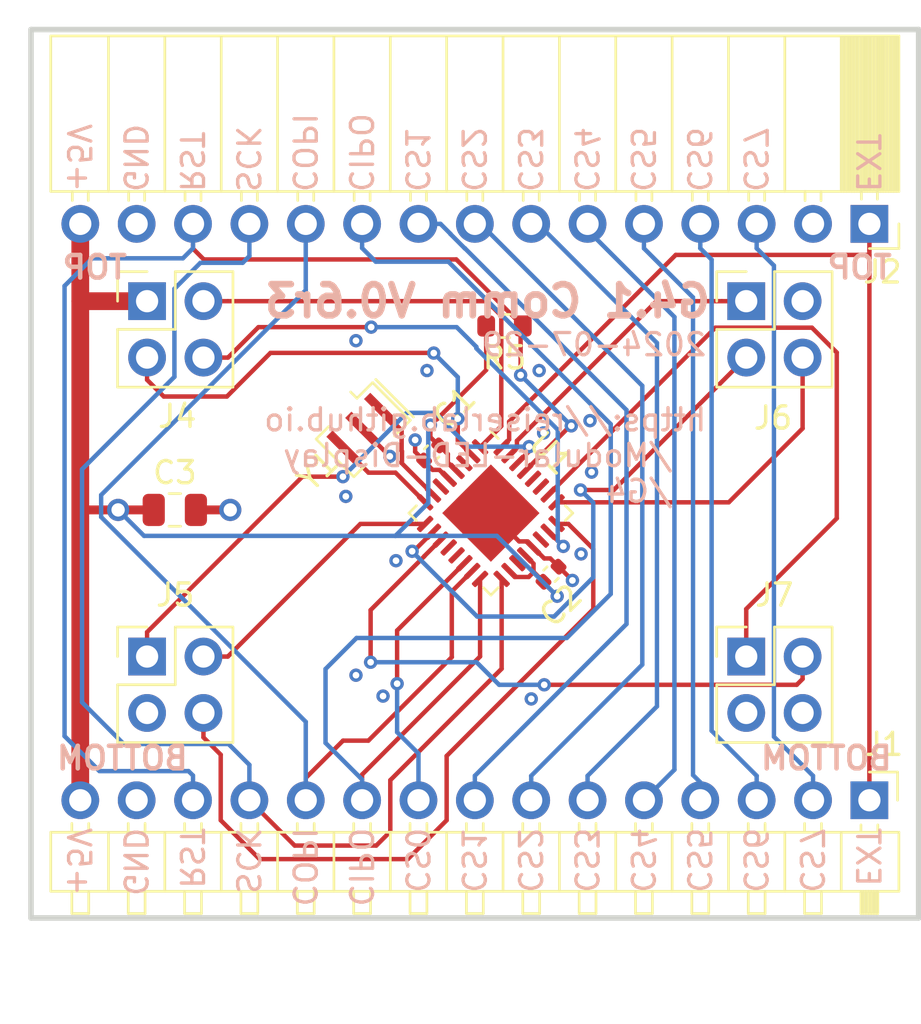
<source format=kicad_pcb>
(kicad_pcb (version 20241229) (generator "pcbnew") (generator_version "9.0")
  (title_block (title "G4.1 Comm Board") (date "2024-07-29") (rev "0.6.3") (company "Reiser Lab @ Janelia"))
  (layers (0 "F.Cu" signal) (4 "In1.Cu" signal) (6 "In2.Cu" signal) (2 "B.Cu" signal) (13 "F.Paste" user) (15 "B.Paste" user) (5 "F.SilkS" user "F.Silkscreen") (7 "B.SilkS" user "B.Silkscreen") (1 "F.Mask" user) (3 "B.Mask" user) (25 "Edge.Cuts" user))
  (net 0 "")
  (net 1 "+5V")
  (net 2 "/B0_CS0")
  (net 3 "/B0_CS1")
  (net 4 "/B0_CS2")
  (net 5 "/B0_CS3")
  (net 6 "/B0_CS4")
  (net 7 "/B0_CS5")
  (net 8 "/B0_CS6")
  (net 9 "/B0_CS7")
  (net 10 "/B0_MISO")
  (net 11 "/B0_MOSI")
  (net 12 "/B0_SCK")
  (net 13 "/B1_CS0")
  (net 14 "/B1_CS1")
  (net 15 "/B1_CS2")
  (net 16 "/B1_CS3")
  (net 17 "/B1_MISO")
  (net 18 "/B1_MOSI")
  (net 19 "/B1_SCK")
  (net 20 "/EXT_INT0")
  (net 21 "/RESET_DRV0")
  (net 22 "/RESET_DRV1")
  (net 23 "/RESET_DRV2")
  (net 24 "/RESET_DRV3")
  (net 25 "/RESET_MSTR")
  (net 26 "/XTAL1")
  (net 27 "/XTAL2")
  (net 28 "GND")
  (footprint "Capacitor_SMD:C_0805_2012Metric" (layer "F.Cu") (at 56.4794 71.628)
    (property "Reference" "C3" (at 0 -1.68 0) (layer "F.SilkS"))
    (property "Value" "10uF")
    (pad "1" smd roundrect (at -0.95 0) (size 1 1.45) (layers "F.Cu" "F.Mask" "F.Paste") (net 1 "+5V"))
    (pad "2" smd roundrect (at 0.95 0) (size 1 1.45) (layers "F.Cu" "F.Mask" "F.Paste") (net 28 "GND"))
  )
  (footprint "Connector_PinSocket_2.54mm:PinSocket_2x02_P2.54mm_Vertical" (layer "F.Cu") (at 57.77 62.23)
    (property "Reference" "J4" (at -1.1788 5.1816 0) (layer "F.SilkS"))
    (property "Value" "2x2 socket")
    (pad "1" thru_hole rect (at -2.54 0) (size 1.7 1.7) (drill 1) (layers "*.Cu" "*.Mask") (net 1 "+5V"))
    (pad "2" thru_hole oval (at 0 0) (size 1.7 1.7) (drill 1) (layers "*.Cu" "*.Mask") (net 13 "/B1_CS0"))
    (pad "3" thru_hole oval (at -2.54 2.54) (size 1.7 1.7) (drill 1) (layers "*.Cu" "*.Mask") (net 19 "/B1_SCK"))
    (pad "4" thru_hole oval (at 0 2.54) (size 1.7 1.7) (drill 1) (layers "*.Cu" "*.Mask") (net 21 "/RESET_DRV0"))
  )
  (footprint "Connector_PinSocket_2.54mm:PinSocket_2x02_P2.54mm_Vertical" (layer "F.Cu") (at 84.77 62.23)
    (property "Reference" "J6" (at -1.331 5.2578 0) (layer "F.SilkS"))
    (property "Value" "2x2 socket")
    (pad "1" thru_hole rect (at -2.54 0) (size 1.7 1.7) (drill 1) (layers "*.Cu" "*.Mask") (net 18 "/B1_MOSI"))
    (pad "2" thru_hole oval (at 0 0) (size 1.7 1.7) (drill 1) (layers "*.Cu" "*.Mask"))
    (pad "3" thru_hole oval (at -2.54 2.54) (size 1.7 1.7) (drill 1) (layers "*.Cu" "*.Mask") (net 15 "/B1_CS2"))
    (pad "4" thru_hole oval (at 0 2.54) (size 1.7 1.7) (drill 1) (layers "*.Cu" "*.Mask") (net 23 "/RESET_DRV2"))
  )
  (footprint "Connector_PinSocket_2.54mm:PinSocket_2x02_P2.54mm_Vertical" (layer "F.Cu") (at 57.77 78.23)
    (property "Reference" "J5" (at -1.27 -2.77 0) (layer "F.SilkS"))
    (property "Value" "2x2 socket")
    (pad "1" thru_hole rect (at -2.54 0) (size 1.7 1.7) (drill 1) (layers "*.Cu" "*.Mask") (net 17 "/B1_MISO"))
    (pad "2" thru_hole oval (at 0 0) (size 1.7 1.7) (drill 1) (layers "*.Cu" "*.Mask") (net 14 "/B1_CS1"))
    (pad "3" thru_hole oval (at -2.54 2.54) (size 1.7 1.7) (drill 1) (layers "*.Cu" "*.Mask"))
    (pad "4" thru_hole oval (at 0 2.54) (size 1.7 1.7) (drill 1) (layers "*.Cu" "*.Mask") (net 22 "/RESET_DRV1"))
  )
  (footprint "Connector_PinSocket_2.54mm:PinSocket_2x02_P2.54mm_Vertical" (layer "F.Cu") (at 84.77 78.23)
    (property "Reference" "J7" (at -1.27 -2.77 0) (layer "F.SilkS"))
    (property "Value" "2x2 socket")
    (pad "1" thru_hole rect (at -2.54 0) (size 1.7 1.7) (drill 1) (layers "*.Cu" "*.Mask") (net 24 "/RESET_DRV3"))
    (pad "2" thru_hole oval (at 0 0) (size 1.7 1.7) (drill 1) (layers "*.Cu" "*.Mask") (net 16 "/B1_CS3"))
    (pad "3" thru_hole oval (at -2.54 2.54) (size 1.7 1.7) (drill 1) (layers "*.Cu" "*.Mask") (net 28 "GND"))
    (pad "4" thru_hole oval (at 0 2.54) (size 1.7 1.7) (drill 1) (layers "*.Cu" "*.Mask"))
  )
  (footprint "Resistor_SMD:R_0603_1608Metric" (layer "F.Cu") (at 71.3364 63.3476 180)
    (property "Reference" "R5" (at 0 -1.43 0) (layer "F.SilkS"))
    (property "Value" "4.7k")
    (pad "1" smd roundrect (at -0.825 0 180) (size 0.8 0.95) (layers "F.Cu" "F.Mask" "F.Paste") (net 25 "/RESET_MSTR"))
    (pad "2" smd roundrect (at 0.825 0 180) (size 0.8 0.95) (layers "F.Cu" "F.Mask" "F.Paste") (net 1 "+5V"))
  )
  (footprint "Connector_custom:PinHeader_1x15_P2.54mm_Horizontal" (layer "F.Cu") (at 87.78 84.7 -90)
    (property "Reference" "J1" (at -2.52 -0.66 0) (layer "F.SilkS"))
    (property "Value" "1x15 header" (hide yes))
    (pad "1" thru_hole rect (at 0 0 270) (size 1.7 1.7) (drill 1) (layers "*.Cu" "*.Mask") (net 20 "/EXT_INT0"))
    (pad "2" thru_hole oval (at 0 2.54 270) (size 1.7 1.7) (drill 1) (layers "*.Cu" "*.Mask") (net 9 "/B0_CS7"))
    (pad "3" thru_hole oval (at 0 5.08 270) (size 1.7 1.7) (drill 1) (layers "*.Cu" "*.Mask") (net 8 "/B0_CS6"))
    (pad "4" thru_hole oval (at 0 7.62 270) (size 1.7 1.7) (drill 1) (layers "*.Cu" "*.Mask") (net 7 "/B0_CS5"))
    (pad "5" thru_hole oval (at 0 10.16 270) (size 1.7 1.7) (drill 1) (layers "*.Cu" "*.Mask") (net 6 "/B0_CS4"))
    (pad "6" thru_hole oval (at 0 12.7 270) (size 1.7 1.7) (drill 1) (layers "*.Cu" "*.Mask") (net 5 "/B0_CS3"))
    (pad "7" thru_hole oval (at 0 15.24 270) (size 1.7 1.7) (drill 1) (layers "*.Cu" "*.Mask") (net 4 "/B0_CS2"))
    (pad "8" thru_hole oval (at 0 17.78 270) (size 1.7 1.7) (drill 1) (layers "*.Cu" "*.Mask") (net 3 "/B0_CS1"))
    (pad "9" thru_hole oval (at 0 20.32 270) (size 1.7 1.7) (drill 1) (layers "*.Cu" "*.Mask") (net 2 "/B0_CS0"))
    (pad "10" thru_hole oval (at 0 22.86 270) (size 1.7 1.7) (drill 1) (layers "*.Cu" "*.Mask") (net 10 "/B0_MISO"))
    (pad "11" thru_hole oval (at 0 25.4 270) (size 1.7 1.7) (drill 1) (layers "*.Cu" "*.Mask") (net 11 "/B0_MOSI"))
    (pad "12" thru_hole oval (at 0 27.94 270) (size 1.7 1.7) (drill 1) (layers "*.Cu" "*.Mask") (net 12 "/B0_SCK"))
    (pad "13" thru_hole oval (at 0 30.48 270) (size 1.7 1.7) (drill 1) (layers "*.Cu" "*.Mask") (net 25 "/RESET_MSTR"))
    (pad "14" thru_hole oval (at 0 33.02 270) (size 1.7 1.7) (drill 1) (layers "*.Cu" "*.Mask") (net 28 "GND"))
    (pad "15" thru_hole oval (at 0 35.56 270) (size 1.7 1.7) (drill 1) (layers "*.Cu" "*.Mask") (net 1 "+5V"))
  )
  (footprint "Capacitor_SMD:C_0402_1005Metric" (layer "F.Cu") (at 73.4325 74.5232 45)
    (property "Reference" "C2" (at -0.693798 1.315219 45) (layer "F.SilkS"))
    (property "Value" "1uF")
    (pad "1" smd roundrect (at -0.48 0 45) (size 0.56 0.62) (layers "F.Cu" "F.Mask" "F.Paste") (net 1 "+5V"))
    (pad "2" smd roundrect (at 0.48 0 45) (size 0.56 0.62) (layers "F.Cu" "F.Mask" "F.Paste") (net 28 "GND"))
  )
  (footprint "Connector_custom:PinSocket_1x15_P2.54mm_Horizontal" (layer "F.Cu") (at 87.78 58.75 -90)
    (property "Reference" "J2" (at 2.16 -0.59 0) (layer "F.SilkS"))
    (property "Value" "1x15 socket")
    (pad "1" thru_hole rect (at 0 0 270) (size 1.7 1.7) (drill 1) (layers "*.Cu" "*.Mask") (net 20 "/EXT_INT0"))
    (pad "2" thru_hole oval (at 0 2.54 270) (size 1.7 1.7) (drill 1) (layers "*.Cu" "*.Mask"))
    (pad "3" thru_hole oval (at 0 5.08 270) (size 1.7 1.7) (drill 1) (layers "*.Cu" "*.Mask") (net 9 "/B0_CS7"))
    (pad "4" thru_hole oval (at 0 7.62 270) (size 1.7 1.7) (drill 1) (layers "*.Cu" "*.Mask") (net 8 "/B0_CS6"))
    (pad "5" thru_hole oval (at 0 10.16 270) (size 1.7 1.7) (drill 1) (layers "*.Cu" "*.Mask") (net 7 "/B0_CS5"))
    (pad "6" thru_hole oval (at 0 12.7 270) (size 1.7 1.7) (drill 1) (layers "*.Cu" "*.Mask") (net 6 "/B0_CS4"))
    (pad "7" thru_hole oval (at 0 15.24 270) (size 1.7 1.7) (drill 1) (layers "*.Cu" "*.Mask") (net 5 "/B0_CS3"))
    (pad "8" thru_hole oval (at 0 17.78 270) (size 1.7 1.7) (drill 1) (layers "*.Cu" "*.Mask") (net 4 "/B0_CS2"))
    (pad "9" thru_hole oval (at 0 20.32 270) (size 1.7 1.7) (drill 1) (layers "*.Cu" "*.Mask") (net 3 "/B0_CS1"))
    (pad "10" thru_hole oval (at 0 22.86 270) (size 1.7 1.7) (drill 1) (layers "*.Cu" "*.Mask") (net 10 "/B0_MISO"))
    (pad "11" thru_hole oval (at 0 25.4 270) (size 1.7 1.7) (drill 1) (layers "*.Cu" "*.Mask") (net 11 "/B0_MOSI"))
    (pad "12" thru_hole oval (at 0 27.94 270) (size 1.7 1.7) (drill 1) (layers "*.Cu" "*.Mask") (net 12 "/B0_SCK"))
    (pad "13" thru_hole oval (at 0 30.48 270) (size 1.7 1.7) (drill 1) (layers "*.Cu" "*.Mask") (net 25 "/RESET_MSTR"))
    (pad "14" thru_hole oval (at 0 33.02 270) (size 1.7 1.7) (drill 1) (layers "*.Cu" "*.Mask") (net 28 "GND"))
    (pad "15" thru_hole oval (at 0 35.56 270) (size 1.7 1.7) (drill 1) (layers "*.Cu" "*.Mask") (net 1 "+5V"))
  )
  (footprint "Package_DFN_QFN:QFN-32-1EP_5x5mm_P0.5mm_EP3.1x3.1mm" (layer "F.Cu") (at 70.7219 71.7721 -45)
    (property "Reference" "U1" (at 0 -3.82 135) (layer "F.SilkS"))
    (property "Value" "ATmega328PB-M" (hide yes))
    (pad "1" smd roundrect (at -2.4375 -1.75 315) (size 0.875 0.25) (layers "F.Cu" "F.Mask" "F.Paste") (net 13 "/B1_CS0"))
    (pad "2" smd roundrect (at -2.4375 -1.25 315) (size 0.875 0.25) (layers "F.Cu" "F.Mask" "F.Paste") (net 19 "/B1_SCK"))
    (pad "3" smd roundrect (at -2.4375 -0.75 315) (size 0.875 0.25) (layers "F.Cu" "F.Mask" "F.Paste"))
    (pad "4" smd roundrect (at -2.4375 -0.25 315) (size 0.875 0.25) (layers "F.Cu" "F.Mask" "F.Paste") (net 1 "+5V"))
    (pad "5" smd roundrect (at -2.4375 0.25 315) (size 0.875 0.25) (layers "F.Cu" "F.Mask" "F.Paste") (net 28 "GND"))
    (pad "6" smd roundrect (at -2.4375 0.75 315) (size 0.875 0.25) (layers "F.Cu" "F.Mask" "F.Paste"))
    (pad "7" smd roundrect (at -2.4375 1.25 315) (size 0.875 0.25) (layers "F.Cu" "F.Mask" "F.Paste") (net 26 "/XTAL1"))
    (pad "8" smd roundrect (at -2.4375 1.75 315) (size 0.875 0.25) (layers "F.Cu" "F.Mask" "F.Paste") (net 27 "/XTAL2"))
    (pad "9" smd roundrect (at -1.75 2.4375 315) (size 0.25 0.875) (layers "F.Cu" "F.Mask" "F.Paste") (net 14 "/B1_CS1"))
    (pad "10" smd roundrect (at -1.25 2.4375 315) (size 0.25 0.875) (layers "F.Cu" "F.Mask" "F.Paste") (net 15 "/B1_CS2"))
    (pad "11" smd roundrect (at -0.75 2.4375 315) (size 0.25 0.875) (layers "F.Cu" "F.Mask" "F.Paste") (net 16 "/B1_CS3"))
    (pad "12" smd roundrect (at -0.25 2.4375 315) (size 0.25 0.875) (layers "F.Cu" "F.Mask" "F.Paste"))
    (pad "13" smd roundrect (at 0.25 2.4375 315) (size 0.25 0.875) (layers "F.Cu" "F.Mask" "F.Paste"))
    (pad "14" smd roundrect (at 0.75 2.4375 315) (size 0.25 0.875) (layers "F.Cu" "F.Mask" "F.Paste") (net 2 "/B0_CS0"))
    (pad "15" smd roundrect (at 1.25 2.4375 315) (size 0.25 0.875) (layers "F.Cu" "F.Mask" "F.Paste") (net 11 "/B0_MOSI"))
    (pad "16" smd roundrect (at 1.75 2.4375 315) (size 0.25 0.875) (layers "F.Cu" "F.Mask" "F.Paste") (net 10 "/B0_MISO"))
    (pad "17" smd roundrect (at 2.4375 1.75 315) (size 0.875 0.25) (layers "F.Cu" "F.Mask" "F.Paste") (net 12 "/B0_SCK"))
    (pad "18" smd roundrect (at 2.4375 1.25 315) (size 0.875 0.25) (layers "F.Cu" "F.Mask" "F.Paste") (net 1 "+5V"))
    (pad "19" smd roundrect (at 2.4375 0.75 315) (size 0.875 0.25) (layers "F.Cu" "F.Mask" "F.Paste"))
    (pad "20" smd roundrect (at 2.4375 0.25 315) (size 0.875 0.25) (layers "F.Cu" "F.Mask" "F.Paste") (net 1 "+5V"))
    (pad "21" smd roundrect (at 2.4375 -0.25 315) (size 0.875 0.25) (layers "F.Cu" "F.Mask" "F.Paste") (net 28 "GND"))
    (pad "22" smd roundrect (at 2.4375 -0.75 315) (size 0.875 0.25) (layers "F.Cu" "F.Mask" "F.Paste"))
    (pad "23" smd roundrect (at 2.4375 -1.25 315) (size 0.875 0.25) (layers "F.Cu" "F.Mask" "F.Paste") (net 21 "/RESET_DRV0"))
    (pad "24" smd roundrect (at 2.4375 -1.75 315) (size 0.875 0.25) (layers "F.Cu" "F.Mask" "F.Paste") (net 22 "/RESET_DRV1"))
    (pad "25" smd roundrect (at 1.75 -2.4375 315) (size 0.25 0.875) (layers "F.Cu" "F.Mask" "F.Paste") (net 23 "/RESET_DRV2"))
    (pad "26" smd roundrect (at 1.25 -2.4375 315) (size 0.25 0.875) (layers "F.Cu" "F.Mask" "F.Paste") (net 24 "/RESET_DRV3"))
    (pad "27" smd roundrect (at 0.75 -2.4375 315) (size 0.25 0.875) (layers "F.Cu" "F.Mask" "F.Paste"))
    (pad "28" smd roundrect (at 0.25 -2.4375 315) (size 0.25 0.875) (layers "F.Cu" "F.Mask" "F.Paste"))
    (pad "29" smd roundrect (at -0.25 -2.4375 315) (size 0.25 0.875) (layers "F.Cu" "F.Mask" "F.Paste") (net 25 "/RESET_MSTR"))
    (pad "30" smd roundrect (at -0.75 -2.4375 315) (size 0.25 0.875) (layers "F.Cu" "F.Mask" "F.Paste") (net 17 "/B1_MISO"))
    (pad "31" smd roundrect (at -1.25 -2.4375 315) (size 0.25 0.875) (layers "F.Cu" "F.Mask" "F.Paste") (net 18 "/B1_MOSI"))
    (pad "32" smd roundrect (at -1.75 -2.4375 315) (size 0.25 0.875) (layers "F.Cu" "F.Mask" "F.Paste") (net 20 "/EXT_INT0"))
    (pad "33" smd rect (at 0 0 315) (size 3.1 3.1) (layers "F.Cu" "F.Mask") (net 28 "GND"))
  )
  (footprint "Capacitor_SMD:C_0402_1005Metric" (layer "F.Cu") (at 68.0525 69.0638 -135)
    (property "Reference" "C1" (at -2.163676 0.711731 45) (layer "F.SilkS"))
    (property "Value" "1uF")
    (pad "1" smd roundrect (at -0.48 0 225) (size 0.56 0.62) (layers "F.Cu" "F.Mask" "F.Paste") (net 1 "+5V"))
    (pad "2" smd roundrect (at 0.48 0 225) (size 0.56 0.62) (layers "F.Cu" "F.Mask" "F.Paste") (net 28 "GND"))
  )
  (footprint "Crystal:Resonator_SMD_Murata_CSTxExxV-3Pin_3.0x1.1mm" (layer "F.Cu") (at 64.9698 68.0157 -135)
    (property "Reference" "Y1" (at 2.759798 0.141421 45) (layer "F.SilkS"))
    (property "Value" "20MHz")
    (pad "1" smd rect (at -1.2 0 225) (size 0.4 1.9) (layers "F.Cu" "F.Mask" "F.Paste") (net 26 "/XTAL1"))
    (pad "2" smd rect (at 0 0 225) (size 0.4 1.9) (layers "F.Cu" "F.Mask" "F.Paste") (net 28 "GND"))
    (pad "3" smd rect (at 1.2 0 225) (size 0.4 1.9) (layers "F.Cu" "F.Mask" "F.Paste") (net 27 "/XTAL2"))
  )
  (gr_line (start 90 90) (end 90 50) (stroke (width 0.25)) (layer "Edge.Cuts"))
  (gr_line (start 90 50) (end 50 50) (stroke (width 0.25)) (layer "Edge.Cuts"))
  (gr_line (start 50 50) (end 50 90) (stroke (width 0.25)) (layer "Edge.Cuts"))
  (gr_line (start 50 90) (end 90 90) (stroke (width 0.25)) (layer "Edge.Cuts"))
  (gr_text "CS2" (at 71.882 85.852 270) (layer "B.SilkS") (effects (font (size 1 1)) (justify right bottom mirror)))
  (gr_text "TOP" (at 51.308 60.706 0) (layer "B.SilkS") (effects (font (size 1.016 1.016) (thickness 0.2032)) (justify right mirror)))
  (gr_text "CS6" (at 79.502 57.404 270) (layer "B.SilkS") (effects (font (size 1 1)) (justify left bottom mirror)))
  (gr_text "EXT" (at 87.122 57.404 270) (layer "B.SilkS") (effects (font (size 1 1)) (justify left bottom mirror)))
  (gr_text "CS0" (at 66.802 85.852 270) (layer "B.SilkS") (effects (font (size 1 1)) (justify right bottom mirror)))
  (gr_text "CS6" (at 82.042 85.852 270) (layer "B.SilkS") (effects (font (size 1 1)) (justify right bottom mirror)))
  (gr_text "2024-07-29" (at 80.518 64.77 0) (layer "B.SilkS") (effects (font (size 1 1)) (justify left bottom mirror)))
  (gr_text "GND" (at 54.102 85.852 270) (layer "B.SilkS") (effects (font (size 1 1)) (justify right bottom mirror)))
  (gr_text "BOTTOM" (at 88.9 82.804 0) (layer "B.SilkS") (effects (font (size 1.016 1.016) (thickness 0.2032)) (justify left mirror)))
  (gr_text "SCK" (at 59.182 57.404 270) (layer "B.SilkS") (effects (font (size 1 1)) (justify left bottom mirror)))
  (gr_text "CS5" (at 76.962 57.404 270) (layer "B.SilkS") (effects (font (size 1 1)) (justify left bottom mirror)))
  (gr_text "CS1" (at 69.342 85.852 270) (layer "B.SilkS") (effects (font (size 1 1)) (justify right bottom mirror)))
  (gr_text "SCK" (at 59.182 85.852 270) (layer "B.SilkS") (effects (font (size 1 1)) (justify right bottom mirror)))
  (gr_text "CIPO" (at 64.262 57.404 270) (layer "B.SilkS") (effects (font (size 1 1)) (justify left bottom mirror)))
  (gr_text "COPI" (at 61.722 57.404 270) (layer "B.SilkS") (effects (font (size 1 1)) (justify left bottom mirror)))
  (gr_text "RST" (at 56.642 85.852 270) (layer "B.SilkS") (effects (font (size 1 1)) (justify right bottom mirror)))
  (gr_text "CS7" (at 82.042 57.404 270) (layer "B.SilkS") (effects (font (size 1 1)) (justify left bottom mirror)))
  (gr_text "CS7" (at 84.582 85.852 270) (layer "B.SilkS") (effects (font (size 1 1)) (justify right bottom mirror)))
  (gr_text "COPI" (at 61.722 85.852 270) (layer "B.SilkS") (effects (font (size 1 1)) (justify right bottom mirror)))
  (gr_text "CS3" (at 71.882 57.404 270) (layer "B.SilkS") (effects (font (size 1 1)) (justify left bottom mirror)))
  (gr_text "RST" (at 56.642 57.404 270) (layer "B.SilkS") (effects (font (size 1 1)) (justify left bottom mirror)))
  (gr_text "CS4" (at 74.422 57.404 270) (layer "B.SilkS") (effects (font (size 1 1)) (justify left bottom mirror)))
  (gr_text "https://reiserlab.github.io\n  /Modular-LED-Display\n  /G4" (at 80.518 71.374 0) (layer "B.SilkS") (effects (font (size 1 1)) (justify left bottom mirror)))
  (gr_text "G4.1 Comm V0.6r3" (at 80.772 62.23 0) (layer "B.SilkS") (effects (font (size 1.4 1.4) (thickness 0.3) (bold yes)) (justify left mirror)))
  (gr_text "EXT" (at 87.122 85.852 270) (layer "B.SilkS") (effects (font (size 1 1)) (justify right bottom mirror)))
  (gr_text "CIPO" (at 64.262 85.852 270) (layer "B.SilkS") (effects (font (size 1 1)) (justify right bottom mirror)))
  (gr_text "CS4" (at 76.962 85.852 270) (layer "B.SilkS") (effects (font (size 1 1)) (justify right bottom mirror)))
  (gr_text "CS1" (at 66.802 57.404 270) (layer "B.SilkS") (effects (font (size 1 1)) (justify left bottom mirror)))
  (gr_text "CS5" (at 79.502 85.852 270) (layer "B.SilkS") (effects (font (size 1 1)) (justify right bottom mirror)))
  (gr_text "BOTTOM" (at 51.054 82.804 0) (layer "B.SilkS") (effects (font (size 1.016 1.016) (thickness 0.2032)) (justify right mirror)))
  (gr_text "GND" (at 54.102 57.404 270) (layer "B.SilkS") (effects (font (size 1 1)) (justify left bottom mirror)))
  (gr_text "+5V" (at 51.562 57.404 270) (layer "B.SilkS") (effects (font (size 1 1)) (justify left bottom mirror)))
  (gr_text "TOP" (at 88.9 60.706 0) (layer "B.SilkS") (effects (font (size 1.016 1.016) (thickness 0.2032)) (justify left mirror)))
  (gr_text "+5V" (at 51.562 85.852 270) (layer "B.SilkS") (effects (font (size 1 1)) (justify right bottom mirror)))
  (gr_text "CS3" (at 74.422 85.852 270) (layer "B.SilkS") (effects (font (size 1 1)) (justify right bottom mirror)))
  (gr_text "CS2" (at 69.342 57.404 270) (layer "B.SilkS") (effects (font (size 1 1)) (justify left bottom mirror)))
  (segment (start 72.2687 73.6724) (end 72.644 74.0478) (width 0.2) (layer "F.Cu") (net 1))
  (segment (start 68.3919 68.7244) (end 68.7832 69.1157) (width 0.2) (layer "F.Cu") (net 1))
  (segment (start 52.22 58.75) (end 52.22 84.7) (width 0.8) (layer "F.Cu") (net 1))
  (segment (start 68.3688 68.7244) (end 68.3919 68.7244) (width 0.2) (layer "F.Cu") (net 1))
  (segment (start 67.9958 67.8087) (end 67.9958 68.3514) (width 0.2) (layer "F.Cu") (net 1))
  (segment (start 68.2537 67.5508) (end 68.2884 67.5508) (width 0.2) (layer "F.Cu") (net 1))
  (segment (start 72.644 74.0478) (end 72.644 74.4135) (width 0.2) (layer "F.Cu") (net 1))
  (segment (start 68.7832 69.1157) (end 68.7832 69.4944) (width 0.2) (layer "F.Cu") (net 1))
  (segment (start 67.9958 67.8087) (end 68.2537 67.5508) (width 0.2) (layer "F.Cu") (net 1))
  (segment (start 68.2884 67.5508) (end 70.5114 65.3278) (width 0.2) (layer "F.Cu") (net 1))
  (segment (start 71.5616 74.3796) (end 71.8299 74.6479) (width 0.2) (layer "F.Cu") (net 1))
  (segment (start 72.644 74.4135) (end 72.6525 74.422) (width 0.2) (layer "F.Cu") (net 1))
  (segment (start 67.9958 68.3514) (end 68.3688 68.7244) (width 0.2) (layer "F.Cu") (net 1))
  (segment (start 55.23 62.23) (end 52.22 62.23) (width 0.8) (layer "F.Cu") (net 1))
  (segment (start 68.7832 69.4944) (end 69.1606 69.8718) (width 0.2) (layer "F.Cu") (net 1))
  (segment (start 72.4266 74.6479) (end 72.6525 74.422) (width 0.2) (layer "F.Cu") (net 1))
  (segment (start 73.0931 74.8965) (end 73.0931 74.8626) (width 0.2) (layer "F.Cu") (net 1))
  (segment (start 71.8299 74.6479) (end 72.4266 74.6479) (width 0.2) (layer "F.Cu") (net 1))
  (segment (start 69.1606 69.8718) (end 69.1751 69.8718) (width 0.2) (layer "F.Cu") (net 1))
  (segment (start 53.9242 71.628) (end 52.4232 71.628) (width 0.4) (layer "F.Cu") (net 1))
  (segment (start 70.5114 65.3278) (end 70.5114 63.3476) (width 0.2) (layer "F.Cu") (net 1))
  (segment (start 55.5294 71.628) (end 53.9242 71.628) (width 0.4) (layer "F.Cu") (net 1))
  (segment (start 73.7108 75.5142) (end 73.0931 74.8965) (width 0.2) (layer "F.Cu") (net 1))
  (segment (start 72.6525 74.422) (end 73.0931 74.8626) (width 0.2) (layer "F.Cu") (net 1))
  (via (at 67.9958 67.8087) (size 0.6) (drill 0.3) (layers "F.Cu" "B.Cu") (net 1))
  (via (at 53.9242 71.628) (size 1) (drill 0.6) (layers "F.Cu" "B.Cu") (net 1))
  (via (at 73.7108 75.5142) (size 0.6) (drill 0.3) (layers "F.Cu" "B.Cu") (net 1))
  (segment (start 55.0926 72.7964) (end 53.9242 71.628) (width 0.2) (layer "B.Cu") (net 1))
  (segment (start 67.900894 71.316506) (end 66.421 72.7964) (width 0.2) (layer "B.Cu") (net 1))
  (segment (start 66.421 72.7964) (end 55.0926 72.7964) (width 0.2) (layer "B.Cu") (net 1))
  (segment (start 70.993 72.7964) (end 73.7108 75.5142) (width 0.2) (layer "B.Cu") (net 1))
  (segment (start 66.421 72.7964) (end 70.993 72.7964) (width 0.2) (layer "B.Cu") (net 1))
  (segment (start 67.900894 67.903606) (end 67.900894 71.316506) (width 0.2) (layer "B.Cu") (net 1))
  (segment (start 67.9958 67.8087) (end 67.900894 67.903606) (width 0.2) (layer "B.Cu") (net 1))
  (segment (start 66.4972 79.4512) (end 66.4972 77.0575) (width 0.2) (layer "F.Cu") (net 2))
  (segment (start 66.4972 77.0575) (end 69.5287 74.026) (width 0.2) (layer "F.Cu") (net 2))
  (via (at 66.4972 79.4512) (size 0.6) (drill 0.3) (layers "F.Cu" "B.Cu") (net 2))
  (segment (start 66.4972 79.4512) (end 66.4972 81.6356) (width 0.2) (layer "B.Cu") (net 2))
  (segment (start 66.4972 81.6356) (end 67.46 82.5984) (width 0.2) (layer "B.Cu") (net 2))
  (segment (start 67.46 82.5984) (end 67.46 84.7) (width 0.2) (layer "B.Cu") (net 2))
  (segment (start 68.4528 58.75) (end 68.9 59.1972) (width 0.2) (layer "B.Cu") (net 3))
  (segment (start 76.835 67.1322) (end 76.835 76.7649) (width 0.2) (layer "B.Cu") (net 3))
  (segment (start 67.46 58.75) (end 68.4528 58.75) (width 0.2) (layer "B.Cu") (net 3))
  (segment (start 69.5528 59.85) (end 76.835 67.1322) (width 0.2) (layer "B.Cu") (net 3))
  (segment (start 69.544365 59.85) (end 69.5528 59.85) (width 0.2) (layer "B.Cu") (net 3))
  (segment (start 70 83.5999) (end 70 84.7) (width 0.2) (layer "B.Cu") (net 3))
  (segment (start 68.9 59.1972) (end 68.9 59.205635) (width 0.2) (layer "B.Cu") (net 3))
  (segment (start 68.9 59.205635) (end 69.544365 59.85) (width 0.2) (layer "B.Cu") (net 3))
  (segment (start 76.835 76.7649) (end 70 83.5999) (width 0.2) (layer "B.Cu") (net 3))
  (segment (start 72.54 83.5999) (end 72.54 84.7) (width 0.2) (layer "B.Cu") (net 4))
  (segment (start 70 58.75) (end 70.2562 58.75) (width 0.2) (layer "B.Cu") (net 4))
  (segment (start 70.2562 58.75) (end 77.5462 66.04) (width 0.2) (layer "B.Cu") (net 4))
  (segment (start 77.5462 66.04) (end 77.5462 78.5937) (width 0.2) (layer "B.Cu") (net 4))
  (segment (start 77.5462 78.5937) (end 72.54 83.5999) (width 0.2) (layer "B.Cu") (net 4))
  (segment (start 72.847 58.75) (end 78.2066 64.1096) (width 0.2) (layer "B.Cu") (net 5))
  (segment (start 75.08 83.5999) (end 75.08 84.7) (width 0.2) (layer "B.Cu") (net 5))
  (segment (start 78.2066 64.1096) (end 78.2066 80.4733) (width 0.2) (layer "B.Cu") (net 5))
  (segment (start 78.2066 80.4733) (end 75.08 83.5999) (width 0.2) (layer "B.Cu") (net 5))
  (segment (start 72.54 58.75) (end 72.847 58.75) (width 0.2) (layer "B.Cu") (net 5))
  (segment (start 78.994 83.326) (end 77.62 84.7) (width 0.2) (layer "B.Cu") (net 6))
  (segment (start 75.08 58.75) (end 75.08 59.0272) (width 0.2) (layer "B.Cu") (net 6))
  (segment (start 75.08 59.0272) (end 78.994 62.9412) (width 0.2) (layer "B.Cu") (net 6))
  (segment (start 78.994 62.9412) (end 78.994 83.326) (width 0.2) (layer "B.Cu") (net 6))
  (segment (start 77.62 58.75) (end 77.62 59.8501) (width 0.2) (layer "B.Cu") (net 7))
  (segment (start 80.16 83.8938) (end 80.16 84.7) (width 0.2) (layer "B.Cu") (net 7))
  (segment (start 77.62 59.8501) (end 79.8322 62.0623) (width 0.2) (layer "B.Cu") (net 7))
  (segment (start 79.8322 62.0623) (end 79.8322 83.566) (width 0.2) (layer "B.Cu") (net 7))
  (segment (start 79.8322 83.566) (end 80.16 83.8938) (width 0.2) (layer "B.Cu") (net 7))
  (segment (start 80.6704 60.3605) (end 80.6704 81.5703) (width 0.2) (layer "B.Cu") (net 8))
  (segment (start 80.16 58.75) (end 80.16 59.8501) (width 0.2) (layer "B.Cu") (net 8))
  (segment (start 80.16 59.8501) (end 80.6704 60.3605) (width 0.2) (layer "B.Cu") (net 8))
  (segment (start 82.7 83.5999) (end 82.7 84.7) (width 0.2) (layer "B.Cu") (net 8))
  (segment (start 80.6704 81.5703) (end 82.7 83.5999) (width 0.2) (layer "B.Cu") (net 8))
  (segment (start 82.7 58.75) (end 82.7 59.8501) (width 0.2) (layer "B.Cu") (net 9))
  (segment (start 82.7 59.8501) (end 83.4779 60.628) (width 0.2) (layer "B.Cu") (net 9))
  (segment (start 85.24 84.7) (end 85.24 83.5999) (width 0.2) (layer "B.Cu") (net 9))
  (segment (start 83.4779 60.628) (end 83.4779 81.8378) (width 0.2) (layer "B.Cu") (net 9))
  (segment (start 83.4779 81.8378) (end 85.24 83.5999) (width 0.2) (layer "B.Cu") (net 9))
  (segment (start 64.92 83.543) (end 70.2358 78.2272) (width 0.2) (layer "F.Cu") (net 10))
  (segment (start 70.2358 78.2272) (end 70.2358 74.7331) (width 0.2) (layer "F.Cu") (net 10))
  (segment (start 64.92 84.7) (end 64.92 83.543) (width 0.2) (layer "F.Cu") (net 10))
  (segment (start 65.151 84.469) (end 64.92 84.7) (width 0.2) (layer "F.Cu") (net 10))
  (segment (start 74.1426 77.3938) (end 64.6684 77.3938) (width 0.2) (layer "B.Cu") (net 10))
  (segment (start 64.92 58.75) (end 64.92 59.84) (width 0.2) (layer "B.Cu") (net 10))
  (segment (start 64.92 59.84) (end 65.532 60.452) (width 0.2) (layer "B.Cu") (net 10))
  (segment (start 63.2714 82.1182) (end 64.92 83.7668) (width 0.2) (layer "B.Cu") (net 10))
  (segment (start 64.92 83.7668) (end 64.92 84.7) (width 0.2) (layer "B.Cu") (net 10))
  (segment (start 76.1238 75.4126) (end 74.1426 77.3938) (width 0.2) (layer "B.Cu") (net 10))
  (segment (start 68.8086 60.452) (end 76.1238 67.7672) (width 0.2) (layer "B.Cu") (net 10))
  (segment (start 76.1238 67.7672) (end 76.1238 75.4126) (width 0.2) (layer "B.Cu") (net 10))
  (segment (start 63.2714 78.7908) (end 63.2714 82.1182) (width 0.2) (layer "B.Cu") (net 10))
  (segment (start 64.6684 77.3938) (end 63.2714 78.7908) (width 0.2) (layer "B.Cu") (net 10))
  (segment (start 65.532 60.452) (end 68.8086 60.452) (width 0.2) (layer "B.Cu") (net 10))
  (segment (start 64.0588 82.0166) (end 65.2018 82.0166) (width 0.2) (layer "F.Cu") (net 11))
  (segment (start 62.38 84.7) (end 62.3914 84.7) (width 0.2) (layer "F.Cu") (net 11))
  (segment (start 62.38 83.6954) (end 64.0588 82.0166) (width 0.2) (layer "F.Cu") (net 11))
  (segment (start 68.961 78.2574) (end 68.961 75.300767) (width 0.2) (layer "F.Cu") (net 11))
  (segment (start 69.8822 74.3796) (end 69.5667 74.6951) (width 0.2) (layer "F.Cu") (net 11))
  (segment (start 65.2018 82.0166) (end 68.961 78.2574) (width 0.2) (layer "F.Cu") (net 11))
  (segment (start 62.38 84.7) (end 62.38 83.6954) (width 0.2) (layer "F.Cu") (net 11))
  (segment (start 68.961 75.300767) (end 69.882211 74.379556) (width 0.2) (layer "F.Cu") (net 11))
  (segment (start 53.1592 70.9582) (end 53.1592 71.9474) (width 0.2) (layer "B.Cu") (net 11))
  (segment (start 62.38 81.1682) (end 62.38 84.7) (width 0.2) (layer "B.Cu") (net 11))
  (segment (start 62.38 61.7374) (end 53.1592 70.9582) (width 0.2) (layer "B.Cu") (net 11))
  (segment (start 62.38 58.75) (end 62.38 61.7374) (width 0.2) (layer "B.Cu") (net 11))
  (segment (start 53.1592 71.9474) (end 62.38 81.1682) (width 0.2) (layer "B.Cu") (net 11))
  (segment (start 61.881 86.741) (end 65.5574 86.741) (width 0.2) (layer "F.Cu") (net 12))
  (segment (start 59.84 84.7) (end 61.881 86.741) (width 0.2) (layer "F.Cu") (net 12))
  (segment (start 65.5574 86.741) (end 66.19 86.1084) (width 0.2) (layer "F.Cu") (net 12))
  (segment (start 66.19 86.1084) (end 66.19 83.797) (width 0.2) (layer "F.Cu") (net 12))
  (segment (start 66.19 83.797) (end 71.208 78.779) (width 0.2) (layer "F.Cu") (net 12))
  (segment (start 71.208 78.779) (end 71.208 74.7331) (width 0.2) (layer "F.Cu") (net 12))
  (segment (start 57.6326 60.5028) (end 59.5376 60.5028) (width 0.2) (layer "B.Cu") (net 12))
  (segment (start 59.84 84.7) (end 59.84 83.1064) (width 0.2) (layer "B.Cu") (net 12))
  (segment (start 59.5376 60.5028) (end 59.84 60.2004) (width 0.2) (layer "B.Cu") (net 12))
  (segment (start 52.2986 80.2894) (end 52.2986 69.7992) (width 0.2) (layer "B.Cu") (net 12))
  (segment (start 54.1782 82.169) (end 52.2986 80.2894) (width 0.2) (layer "B.Cu") (net 12))
  (segment (start 56.4618 61.6736) (end 57.6326 60.5028) (width 0.2) (layer "B.Cu") (net 12))
  (segment (start 56.4618 65.636) (end 56.4618 61.6736) (width 0.2) (layer "B.Cu") (net 12))
  (segment (start 59.84 60.2004) (end 59.84 58.75) (width 0.2) (layer "B.Cu") (net 12))
  (segment (start 58.9026 82.169) (end 54.1782 82.169) (width 0.2) (layer "B.Cu") (net 12))
  (segment (start 59.84 83.1064) (end 58.9026 82.169) (width 0.2) (layer "B.Cu") (net 12))
  (segment (start 52.2986 69.7992) (end 56.4618 65.636) (width 0.2) (layer "B.Cu") (net 12))
  (segment (start 58.8701 62.23) (end 70.5335 62.23) (width 0.2) (layer "F.Cu") (net 13))
  (segment (start 70.5335 62.23) (end 71.1918 62.8883) (width 0.2) (layer "F.Cu") (net 13))
  (segment (start 71.1918 67.8551) (end 70.2358 68.8111) (width 0.2) (layer "F.Cu") (net 13))
  (segment (start 57.77 62.23) (end 58.8701 62.23) (width 0.2) (layer "F.Cu") (net 13))
  (segment (start 71.1918 62.8883) (end 71.1918 67.8551) (width 0.2) (layer "F.Cu") (net 13))
  (segment (start 58.8701 78.23) (end 64.8419 72.2582) (width 0.2) (layer "F.Cu") (net 14))
  (segment (start 57.77 78.23) (end 58.8701 78.23) (width 0.2) (layer "F.Cu") (net 14))
  (segment (start 64.8419 72.2582) (end 67.7609 72.2582) (width 0.2) (layer "F.Cu") (net 14))
  (segment (start 68.1144 72.6118) (end 67.23779 73.48841) (width 0.2) (layer "F.Cu") (net 15))
  (segment (start 82.2198 64.77) (end 76.2583 70.7315) (width 0.2) (layer "F.Cu") (net 15))
  (segment (start 82.23 64.77) (end 82.2198 64.77) (width 0.2) (layer "F.Cu") (net 15))
  (segment (start 76.2583 70.7315) (end 74.7618 70.7315) (width 0.2) (layer "F.Cu") (net 15))
  (segment (start 67.23779 73.48841) (end 67.173537 73.48841) (width 0.2) (layer "F.Cu") (net 15))
  (via (at 67.173537 73.48841) (size 0.6) (drill 0.3) (layers "F.Cu" "B.Cu") (net 15))
  (via (at 74.7618 70.7315) (size 0.6) (drill 0.3) (layers "F.Cu" "B.Cu") (net 15))
  (segment (start 67.173537 73.498137) (end 70.104 76.4286) (width 0.2) (layer "B.Cu") (net 15))
  (segment (start 67.173537 73.48841) (end 67.173537 73.498137) (width 0.2) (layer "B.Cu") (net 15))
  (segment (start 75.3364 71.3061) (end 74.7618 70.7315) (width 0.2) (layer "B.Cu") (net 15))
  (segment (start 75.3364 74.666418) (end 75.3364 71.3061) (width 0.2) (layer "B.Cu") (net 15))
  (segment (start 73.574218 76.4286) (end 75.3364 74.666418) (width 0.2) (layer "B.Cu") (net 15))
  (segment (start 70.104 76.4286) (end 73.574218 76.4286) (width 0.2) (layer "B.Cu") (net 15))
  (segment (start 67.723537 73.716228) (end 67.723537 73.709763) (width 0.2) (layer "F.Cu") (net 16))
  (segment (start 67.723537 73.709763) (end 68.468 72.9653) (width 0.2) (layer "F.Cu") (net 16))
  (segment (start 84.5058 79.502) (end 84.77 79.2378) (width 0.2) (layer "F.Cu") (net 16))
  (segment (start 73.1266 79.502) (end 84.5058 79.502) (width 0.2) (layer "F.Cu") (net 16))
  (segment (start 65.3034 76.136365) (end 67.723537 73.716228) (width 0.2) (layer "F.Cu") (net 16))
  (segment (start 65.3034 78.486) (end 65.3034 76.136365) (width 0.2) (layer "F.Cu") (net 16))
  (segment (start 84.77 79.2378) (end 84.77 78.23) (width 0.2) (layer "F.Cu") (net 16))
  (via (at 73.1266 79.502) (size 0.6) (drill 0.3) (layers "F.Cu" "B.Cu") (net 16))
  (via (at 65.3034 78.486) (size 0.6) (drill 0.3) (layers "F.Cu" "B.Cu") (net 16))
  (segment (start 65.3034 78.486) (end 70.0786 78.486) (width 0.2) (layer "B.Cu") (net 16))
  (segment (start 70.0786 78.486) (end 71.0946 79.502) (width 0.2) (layer "B.Cu") (net 16))
  (segment (start 71.0946 79.502) (end 73.1266 79.502) (width 0.2) (layer "B.Cu") (net 16))
  (segment (start 62.2282 70.1312) (end 55.23 77.1294) (width 0.2) (layer "F.Cu") (net 17))
  (segment (start 64.0551 70.1312) (end 62.2282 70.1312) (width 0.2) (layer "F.Cu") (net 17))
  (segment (start 71.9151 69.5182) (end 72.4466 68.9867) (width 0.2) (layer "F.Cu") (net 17))
  (segment (start 72.4466 68.9867) (end 72.4466 68.7795) (width 0.2) (layer "F.Cu") (net 17))
  (segment (start 55.23 77.1294) (end 55.23 78.23) (width 0.2) (layer "F.Cu") (net 17))
  (via (at 72.4466 68.7795) (size 0.6) (drill 0.3) (layers "F.Cu" "B.Cu") (net 17))
  (via (at 64.0551 70.1312) (size 0.6) (drill 0.3) (layers "F.Cu" "B.Cu") (net 17))
  (segment (start 68.6813 67.748318) (end 69.712482 68.7795) (width 0.2) (layer "B.Cu") (net 17))
  (segment (start 68.2244 67.2592) (end 68.6813 67.7161) (width 0.2) (layer "B.Cu") (net 17))
  (segment (start 64.0551 70.1312) (end 66.9271 67.2592) (width 0.2) (layer "B.Cu") (net 17))
  (segment (start 66.9271 67.2592) (end 68.2244 67.2592) (width 0.2) (layer "B.Cu") (net 17))
  (segment (start 68.6813 67.7161) (end 68.6813 67.748318) (width 0.2) (layer "B.Cu") (net 17))
  (segment (start 69.712482 68.7795) (end 72.4466 68.7795) (width 0.2) (layer "B.Cu") (net 17))
  (segment (start 82.23 62.23) (end 81.1299 62.23) (width 0.2) (layer "F.Cu") (net 18))
  (segment (start 71.5616 69.1646) (end 71.8965 68.8297) (width 0.2) (layer "F.Cu") (net 18))
  (segment (start 78.1832 62.23) (end 81.1299 62.23) (width 0.2) (layer "F.Cu") (net 18))
  (segment (start 71.8965 68.8297) (end 71.8965 68.5167) (width 0.2) (layer "F.Cu") (net 18))
  (segment (start 71.8965 68.5167) (end 78.1832 62.23) (width 0.2) (layer "F.Cu") (net 18))
  (segment (start 58.8264 66.5226) (end 55.9816 66.5226) (width 0.2) (layer "F.Cu") (net 19))
  (segment (start 68.1482 64.5668) (end 68.1394 64.558) (width 0.2) (layer "F.Cu") (net 19))
  (segment (start 55.9816 66.5226) (end 55.23 65.771) (width 0.2) (layer "F.Cu") (net 19))
  (segment (start 69.2313 68.5137) (end 69.8822 69.1646) (width 0.2) (layer "F.Cu") (net 19))
  (segment (start 60.791 64.558) (end 58.8264 66.5226) (width 0.2) (layer "F.Cu") (net 19))
  (segment (start 69.2313 67.5205) (end 69.2313 68.5137) (width 0.2) (layer "F.Cu") (net 19))
  (segment (start 55.23 65.771) (end 55.23 64.77) (width 0.2) (layer "F.Cu") (net 19))
  (segment (start 68.1394 64.558) (end 60.791 64.558) (width 0.2) (layer "F.Cu") (net 19))
  (via (at 68.1482 64.5668) (size 0.6) (drill 0.3) (layers "F.Cu" "B.Cu") (net 19))
  (via (at 69.2313 67.5205) (size 0.6) (drill 0.3) (layers "F.Cu" "B.Cu") (net 19))
  (segment (start 68.1482 64.5668) (end 69.2313 65.6499) (width 0.2) (layer "B.Cu") (net 19))
  (segment (start 69.2313 65.6499) (end 69.2313 67.5205) (width 0.2) (layer "B.Cu") (net 19))
  (segment (start 87.78 60.1472) (end 87.78 59.9464) (width 0.2) (layer "F.Cu") (net 20))
  (segment (start 87.78 59.9464) (end 87.78 58.75) (width 0.2) (layer "F.Cu") (net 20))
  (segment (start 71.5465 68.4583) (end 71.5465 67.65285) (width 0.2) (layer "F.Cu") (net 20))
  (segment (start 71.208036 68.81109) (end 71.208036 68.796764) (width 0.2) (layer "F.Cu") (net 20))
  (segment (start 71.208036 68.796764) (end 71.5465 68.4583) (width 0.2) (layer "F.Cu") (net 20))
  (segment (start 71.5465 67.65285) (end 79.05215 60.1472) (width 0.2) (layer "F.Cu") (net 20))
  (segment (start 87.78 84.7) (end 87.78 60.1472) (width 0.2) (layer "F.Cu") (net 20))
  (segment (start 79.05215 60.1472) (end 87.78 60.1472) (width 0.2) (layer "F.Cu") (net 20))
  (segment (start 87.78 58.75) (end 87.6528 58.8772) (width 0.2) (layer "F.Cu") (net 20))
  (segment (start 58.8772 64.77) (end 57.77 64.77) (width 0.2) (layer "F.Cu") (net 21))
  (segment (start 65.3288 63.3984) (end 60.2488 63.3984) (width 0.2) (layer "F.Cu") (net 21))
  (segment (start 73.3294 72.6118) (end 73.9859 73.2683) (width 0.2) (layer "F.Cu") (net 21))
  (segment (start 60.2488 63.3984) (end 58.8772 64.77) (width 0.2) (layer "F.Cu") (net 21))
  (via (at 65.3288 63.3984) (size 0.6) (drill 0.3) (layers "F.Cu" "B.Cu") (net 21))
  (via (at 73.9859 73.2683) (size 0.6) (drill 0.3) (layers "F.Cu" "B.Cu") (net 21))
  (segment (start 73.7362 73.0186) (end 73.9859 73.2683) (width 0.2) (layer "B.Cu") (net 21))
  (segment (start 69.180018 63.3984) (end 70.0698 64.288182) (width 0.2) (layer "B.Cu") (net 21))
  (segment (start 70.0698 64.288182) (end 70.0698 64.3548) (width 0.2) (layer "B.Cu") (net 21))
  (segment (start 73.7362 68.0212) (end 73.7362 73.0186) (width 0.2) (layer "B.Cu") (net 21))
  (segment (start 65.3288 63.3984) (end 69.180018 63.3984) (width 0.2) (layer "B.Cu") (net 21))
  (segment (start 70.0698 64.3548) (end 73.7362 68.0212) (width 0.2) (layer "B.Cu") (net 21))
  (segment (start 75.3369 76.0979) (end 68.73 82.7048) (width 0.2) (layer "F.Cu") (net 22))
  (segment (start 74.213718 72.2582) (end 75.3369 73.381382) (width 0.2) (layer "F.Cu") (net 22))
  (segment (start 58.5479 85.5989) (end 58.5479 82.648) (width 0.2) (layer "F.Cu") (net 22))
  (segment (start 58.5479 82.648) (end 57.77 81.8701) (width 0.2) (layer "F.Cu") (net 22))
  (segment (start 68.73 82.7048) (end 68.73 85.6004) (width 0.2) (layer "F.Cu") (net 22))
  (segment (start 68.73 85.6004) (end 66.9798 87.3506) (width 0.2) (layer "F.Cu") (net 22))
  (segment (start 66.9798 87.3506) (end 60.2996 87.3506) (width 0.2) (layer "F.Cu") (net 22))
  (segment (start 57.77 81.8701) (end 57.77 80.77) (width 0.2) (layer "F.Cu") (net 22))
  (segment (start 60.2996 87.3506) (end 58.5479 85.5989) (width 0.2) (layer "F.Cu") (net 22))
  (segment (start 73.6829 72.2582) (end 74.213718 72.2582) (width 0.2) (layer "F.Cu") (net 22))
  (segment (start 75.3369 73.381382) (end 75.3369 76.0979) (width 0.2) (layer "F.Cu") (net 22))
  (segment (start 84.77 64.77) (end 84.77 67.9602) (width 0.2) (layer "F.Cu") (net 23))
  (segment (start 81.4442 71.286) (end 73.6829 71.286) (width 0.2) (layer "F.Cu") (net 23))
  (segment (start 84.77 67.9602) (end 81.4442 71.286) (width 0.2) (layer "F.Cu") (net 23))
  (segment (start 85.1916 63.4238) (end 80.838 63.4238) (width 0.2) (layer "F.Cu") (net 24))
  (segment (start 86.3092 64.5414) (end 85.1916 63.4238) (width 0.2) (layer "F.Cu") (net 24))
  (segment (start 80.838 63.4238) (end 73.3294 70.9324) (width 0.2) (layer "F.Cu") (net 24))
  (segment (start 86.3092 72.009) (end 86.3092 64.5414) (width 0.2) (layer "F.Cu") (net 24))
  (segment (start 82.23 76.0882) (end 86.3092 72.009) (width 0.2) (layer "F.Cu") (net 24))
  (segment (start 82.23 78.23) (end 82.23 76.0882) (width 0.2) (layer "F.Cu") (net 24))
  (segment (start 57.3 58.75) (end 57.3 59.8654) (width 0.2) (layer "F.Cu") (net 25))
  (segment (start 72.0624 63.4466) (end 72.1614 63.3476) (width 0.2) (layer "F.Cu") (net 25))
  (segment (start 57.785 60.3504) (end 69.1642 60.3504) (width 0.2) (layer "F.Cu") (net 25))
  (segment (start 69.1642 60.3504) (end 72.1614 63.3476) (width 0.2) (layer "F.Cu") (net 25))
  (segment (start 74.2971 67.8434) (end 72.2687 69.8718) (width 0.2) (layer "F.Cu") (net 25))
  (segment (start 72.0624 65.5574) (end 72.0624 63.4466) (width 0.2) (layer "F.Cu") (net 25))
  (segment (start 57.3 59.8654) (end 57.785 60.3504) (width 0.2) (layer "F.Cu") (net 25))
  (segment (start 74.3458 67.8434) (end 74.2971 67.8434) (width 0.2) (layer "F.Cu") (net 25))
  (via (at 72.0624 65.5574) (size 0.6) (drill 0.3) (layers "F.Cu" "B.Cu") (net 25))
  (via (at 74.3458 67.8434) (size 0.6) (drill 0.3) (layers "F.Cu" "B.Cu") (net 25))
  (segment (start 52.7558 60.2996) (end 56.8452 60.2996) (width 0.2) (layer "B.Cu") (net 25))
  (segment (start 56.8452 60.2996) (end 57.3 59.8448) (width 0.2) (layer "B.Cu") (net 25))
  (segment (start 74.3458 67.8434) (end 74.3458 67.8408) (width 0.2) (layer "B.Cu") (net 25))
  (segment (start 51.5112 81.8134) (end 51.5112 61.5442) (width 0.2) (layer "B.Cu") (net 25))
  (segment (start 57.3 83.589) (end 57.0992 83.3882) (width 0.2) (layer "B.Cu") (net 25))
  (segment (start 51.5112 61.5442) (end 52.7558 60.2996) (width 0.2) (layer "B.Cu") (net 25))
  (segment (start 57.0992 83.3882) (end 53.086 83.3882) (width 0.2) (layer "B.Cu") (net 25))
  (segment (start 57.3 84.7) (end 57.3 83.589) (width 0.2) (layer "B.Cu") (net 25))
  (segment (start 74.3458 67.8408) (end 72.0624 65.5574) (width 0.2) (layer "B.Cu") (net 25))
  (segment (start 57.3 59.8448) (end 57.3 58.75) (width 0.2) (layer "B.Cu") (net 25))
  (segment (start 53.086 83.3882) (end 51.5112 81.8134) (width 0.2) (layer "B.Cu") (net 25))
  (segment (start 68.1144 70.9324) (end 66.7004 69.5184) (width 0.2) (layer "F.Cu") (net 26))
  (segment (start 66.7004 69.5184) (end 66.7004 69.459418) (width 0.2) (layer "F.Cu") (net 26))
  (segment (start 66.7004 68.970582) (end 66.7004 68.0493) (width 0.2) (layer "F.Cu") (net 26))
  (segment (start 66.717 68.987182) (end 66.7004 68.970582) (width 0.2) (layer "F.Cu") (net 26))
  (segment (start 66.7004 68.0493) (end 65.8183 67.1672) (width 0.2) (layer "F.Cu") (net 26))
  (segment (start 66.7004 69.459418) (end 66.717 69.442818) (width 0.2) (layer "F.Cu") (net 26))
  (segment (start 66.717 69.442818) (end 66.717 68.987182) (width 0.2) (layer "F.Cu") (net 26))
  (segment (start 66.4265 69.9516) (end 67.7609 71.286) (width 0.2) (layer "F.Cu") (net 27))
  (segment (start 64.1213 68.8642) (end 65.2086 69.9516) (width 0.2) (layer "F.Cu") (net 27))
  (segment (start 65.2086 69.9516) (end 66.4265 69.9516) (width 0.2) (layer "F.Cu") (net 27))
  (segment (start 72.6331 73.3189) (end 73.1266 73.8124) (width 0.2) (layer "F.Cu") (net 28))
  (segment (start 73.4005 73.8124) (end 73.7719 74.1838) (width 0.2) (layer "F.Cu") (net 28))
  (segment (start 68.4022 69.8246) (end 68.0974 69.8246) (width 0.2) (layer "F.Cu") (net 28))
  (segment (start 66.167 69.215) (end 64.9698 68.0178) (width 0.2) (layer "F.Cu") (net 28))
  (segment (start 68.8216 70.2253) (end 68.8029 70.2253) (width 0.2) (layer "F.Cu") (net 28))
  (segment (start 72.6222 73.3189) (end 72.3482 73.0449) (width 0.2) (layer "F.Cu") (net 28))
  (segment (start 67.31 69.0118) (end 67.7014 69.4032) (width 0.2) (layer "F.Cu") (net 28))
  (segment (start 68.0974 69.8246) (end 67.7131 69.4403) (width 0.2) (layer "F.Cu") (net 28))
  (segment (start 67.7014 69.4032) (end 67.7131 69.4032) (width 0.2) (layer "F.Cu") (net 28))
  (segment (start 72.6222 73.3189) (end 72.6331 73.3189) (width 0.2) (layer "F.Cu") (net 28))
  (segment (start 68.8029 70.2253) (end 68.4022 69.8246) (width 0.2) (layer "F.Cu") (net 28))
  (segment (start 57.4294 71.628) (end 58.9788 71.628) (width 0.4) (layer "F.Cu") (net 28))
  (segment (start 67.31 68.4784) (end 67.31 69.0118) (width 0.2) (layer "F.Cu") (net 28))
  (segment (start 73.7774 74.1838) (end 74.3966 74.803) (width 0.2) (layer "F.Cu") (net 28))
  (segment (start 70.7219 71.7721) (end 71.9948 73.0449) (width 0.2) (layer "F.Cu") (net 28))
  (segment (start 72.3482 73.0449) (end 71.9948 73.0449) (width 0.2) (layer "F.Cu") (net 28))
  (segment (start 67.7131 69.4403) (end 67.7131 69.4032) (width 0.2) (layer "F.Cu") (net 28))
  (segment (start 64.9698 68.0178) (end 64.9698 68.0157) (width 0.2) (layer "F.Cu") (net 28))
  (segment (start 73.7719 74.1838) (end 73.7774 74.1838) (width 0.2) (layer "F.Cu") (net 28))
  (segment (start 73.1266 73.8124) (end 73.4005 73.8124) (width 0.2) (layer "F.Cu") (net 28))
  (via (at 72.898 65.3542) (size 0.6) (drill 0.3) (layers "F.Cu" "B.Cu") (net 28))
  (via (at 64.643 79.0702) (size 0.6) (drill 0.3) (layers "F.Cu" "B.Cu") (net 28))
  (via (at 74.7869 73.6092) (size 0.6) (drill 0.3) (layers "F.Cu" "B.Cu") (net 28))
  (via (at 72.5424 80.137) (size 0.6) (drill 0.3) (layers "F.Cu" "B.Cu") (net 28))
  (via (at 67.8434 65.3542) (size 0.6) (drill 0.3) (layers "F.Cu" "B.Cu") (net 28))
  (via (at 64.643 64.008) (size 0.6) (drill 0.3) (layers "F.Cu" "B.Cu") (net 28))
  (via (at 74.3966 74.803) (size 0.6) (drill 0.3) (layers "F.Cu" "B.Cu") (net 28))
  (via (at 64.1858 71.0184) (size 0.6) (drill 0.3) (layers "F.Cu" "B.Cu") (net 28))
  (via (at 58.9788 71.628) (size 1) (drill 0.6) (layers "F.Cu" "B.Cu") (net 28))
  (via (at 75.2602 69.9262) (size 0.6) (drill 0.3) (layers "F.Cu" "B.Cu") (net 28))
  (via (at 65.8622 80.01) (size 0.6) (drill 0.3) (layers "F.Cu" "B.Cu") (net 28))
  (via (at 66.4464 73.914) (size 0.6) (drill 0.3) (layers "F.Cu" "B.Cu") (net 28))
  (via (at 75.189144 67.609656) (size 0.6) (drill 0.3) (layers "F.Cu" "B.Cu") (net 28))
  (via (at 66.167 69.215) (size 0.6) (drill 0.3) (layers "F.Cu" "B.Cu") (net 28))
  (via (at 73.098294 68.160406) (size 0.6) (drill 0.3) (layers "F.Cu" "B.Cu") (net 28))
  (via (at 67.31 68.4784) (size 0.6) (drill 0.3) (layers "F.Cu" "B.Cu") (net 28))
)
</source>
